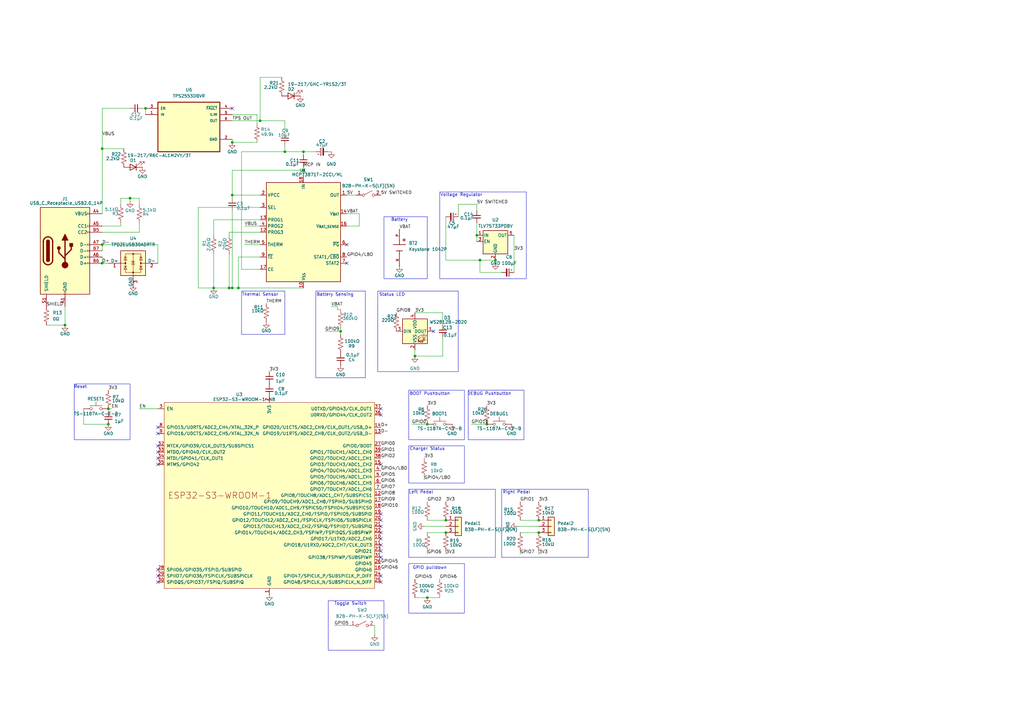
<source format=kicad_sch>
(kicad_sch (version 20250114) (generator "eeschema") (generator_version "9.0")
  (paper "A3")
  (title_block (title "ESP32 Pedal PCB") (date "2026-01-02") (rev "0.2") (comment 1 "215.9mm x 25.4mm PCB") (comment 2 "USB-C charging + programming") (comment 3 "Battery powered with voltage monitoring") (comment 4 "ESP32-S3-WROOM-1") (comment 5 "18650 Cell"))
  (lib_symbols
    (symbol "1042P:1042P" (pin_names (offset 1.016))
      (property "Reference" "BT" (at -3.81 3.81 0))
      (property "Value" "1042P" (at -3.81 -5.08 0))
      (symbol "1042P_0_0"
        (pin passive line (at -7.62 0 0) (length 5.08) (name "~") (number "P"))
        (pin passive line (at 7.62 0 180) (length 5.08) (name "~") (number "N"))
      )
    )
    (symbol "Battery_Management:MCP73871"
      (property "Reference" "U" (at -7.62 24.13 0))
      (property "Value" "MCP73871" (at -15.24 21.59 0))
      (symbol "MCP73871_1_1"
        (pin input line (at -17.78 15.24 0) (length 2.54) (name "VPCC") (number "2"))
        (pin input line (at -17.78 10.16 0) (length 2.54) (name "SEL") (number "3"))
        (pin bidirectional line (at -17.78 5.08 0) (length 2.54) (name "PROG1") (number "13"))
        (pin input line (at -17.78 2.54 0) (length 2.54) (name "PROG2") (number "4"))
        (pin bidirectional line (at -17.78 0 0) (length 2.54) (name "PROG3") (number "12"))
        (pin bidirectional line (at -17.78 -5.08 0) (length 2.54) (name "THERM") (number "5"))
        (pin input line (at -17.78 -10.16 0) (length 2.54) (name "~{TE}") (number "9"))
        (pin input line (at -17.78 -15.24 0) (length 2.54) (name "CE") (number "17"))
        (pin power_in line (at 0 22.86 270) (length 2.54) (name "IN") (number "18"))
        (pin passive line (at 0 22.86 270) (length 2.54) (hide yes) (name "IN") (number "19"))
        (pin power_in line (at 0 -22.86 90) (length 2.54) (name "V_{SS}") (number "10"))
        (pin passive line (at 0 -22.86 90) (length 2.54) (hide yes) (name "V_{SS}") (number "11"))
        (pin passive line (at 0 -22.86 90) (length 2.54) (hide yes) (name "V_{SS}") (number "21"))
        (pin power_out line (at 17.78 15.24 180) (length 2.54) (name "OUT") (number "1"))
        (pin passive line (at 17.78 15.24 180) (length 2.54) (hide yes) (name "OUT") (number "20"))
        (pin power_out line (at 17.78 7.62 180) (length 2.54) (name "V_{BAT}") (number "14"))
        (pin passive line (at 17.78 7.62 180) (length 2.54) (hide yes) (name "V_{BAT}") (number "15"))
        (pin input line (at 17.78 2.54 180) (length 2.54) (name "V_{BAT_SENSE}") (number "16"))
        (pin open_collector line (at 17.78 -5.08 180) (length 2.54) (name "~{PG}") (number "6"))
        (pin open_collector line (at 17.78 -10.16 180) (length 2.54) (name "STAT1/~{LBO}") (number "8"))
        (pin open_collector line (at 17.78 -12.7 180) (length 2.54) (name "STAT2") (number "7"))
      )
    )
    (symbol "Connector:USB_C_Receptacle_USB2.0_14P" (pin_names (offset 1.016))
      (property "Reference" "J" (at 0 22.225 0))
      (property "Value" "USB_C_Receptacle_USB2.0_14P" (at 0 19.685 0))
      (symbol "USB_C_Receptacle_USB2.0_14P_1_1"
        (pin passive line (at -7.62 -22.86 90) (length 5.08) (name "SHIELD") (number "S1"))
        (pin passive line (at 0 -22.86 90) (length 5.08) (name "GND") (number "A1"))
        (pin passive line (at 0 -22.86 90) (length 5.08) (hide yes) (name "GND") (number "A12"))
        (pin passive line (at 0 -22.86 90) (length 5.08) (hide yes) (name "GND") (number "B1"))
        (pin passive line (at 0 -22.86 90) (length 5.08) (hide yes) (name "GND") (number "B12"))
        (pin passive line (at 15.24 15.24 180) (length 5.08) (name "VBUS") (number "A4"))
        (pin passive line (at 15.24 15.24 180) (length 5.08) (hide yes) (name "VBUS") (number "A9"))
        (pin passive line (at 15.24 15.24 180) (length 5.08) (hide yes) (name "VBUS") (number "B4"))
        (pin passive line (at 15.24 15.24 180) (length 5.08) (hide yes) (name "VBUS") (number "B9"))
        (pin bidirectional line (at 15.24 10.16 180) (length 5.08) (name "CC1") (number "A5"))
        (pin bidirectional line (at 15.24 7.62 180) (length 5.08) (name "CC2") (number "B5"))
        (pin bidirectional line (at 15.24 2.54 180) (length 5.08) (name "D-") (number "A7"))
        (pin bidirectional line (at 15.24 0 180) (length 5.08) (name "D-") (number "B7"))
        (pin bidirectional line (at 15.24 -2.54 180) (length 5.08) (name "D+") (number "A6"))
        (pin bidirectional line (at 15.24 -5.08 180) (length 5.08) (name "D+") (number "B6"))
      )
    )
    (symbol "Connector_Generic:Conn_01x03" (pin_names (offset 1.016) (hide yes))
      (property "Reference" "J" (at 0 5.08 0))
      (property "Value" "Conn_01x03" (at 0 -5.08 0))
      (symbol "Conn_01x03_1_1"
        (pin passive line (at -5.08 2.54 0) (length 3.81) (name "Pin_1") (number "1"))
        (pin passive line (at -5.08 0 0) (length 3.81) (name "Pin_2") (number "2"))
        (pin passive line (at -5.08 -2.54 0) (length 3.81) (name "Pin_3") (number "3"))
      )
    )
    (symbol "Device:C_Polarized_Small" (pin_numbers (hide yes)) (pin_names (offset 0.254) (hide yes))
      (property "Reference" "C" (at 0.254 1.778 0))
      (property "Value" "C_Polarized_Small" (at 0.254 -2.032 0))
      (symbol "C_Polarized_Small_1_1"
        (pin passive line (at 0 2.54 270) (length 1.8542) (name "~") (number "1"))
        (pin passive line (at 0 -2.54 90) (length 1.8542) (name "~") (number "2"))
      )
    )
    (symbol "Device:C_Small" (pin_numbers (hide yes)) (pin_names (offset 0.254) (hide yes))
      (property "Reference" "C" (at 0.254 1.778 0))
      (property "Value" "C_Small" (at 0.254 -2.032 0))
      (symbol "C_Small_1_1"
        (pin passive line (at 0 2.54 270) (length 2.032) (name "~") (number "1"))
        (pin passive line (at 0 -2.54 90) (length 2.032) (name "~") (number "2"))
      )
    )
    (symbol "Device:LED" (pin_numbers (hide yes)) (pin_names (offset 1.016) (hide yes))
      (property "Reference" "D" (at 0 2.54 0))
      (property "Value" "LED" (at 0 -2.54 0))
      (symbol "LED_1_1"
        (pin passive line (at -3.81 0 0) (length 2.54) (name "K") (number "1"))
        (pin passive line (at 3.81 0 180) (length 2.54) (name "A") (number "2"))
      )
    )
    (symbol "Device:R_US" (pin_numbers (hide yes)) (pin_names (offset 0))
      (property "Reference" "R" (at 2.54 0 90))
      (property "Value" "R_US" (at -2.54 0 90))
      (symbol "R_US_1_1"
        (pin passive line (at 0 3.81 270) (length 1.27) (name "~") (number "1"))
        (pin passive line (at 0 -3.81 90) (length 1.27) (name "~") (number "2"))
      )
    )
    (symbol "Espressif:ESP32-S3-WROOM-1" (pin_names (offset 1.016))
      (property "Reference" "U" (at -43.18 43.18 0))
      (property "Value" "ESP32-S3-WROOM-1" (at -43.18 40.64 0))
      (symbol "ESP32-S3-WROOM-1_0_0"
        (text "ESP32-S3-WROOM-1" (at -20.32 0 0) (effects (font (size 2.54 2.54))))
        (pin input line (at -45.72 35.56 0) (length 2.54) (name "EN") (number "3"))
        (pin bidirectional line (at -45.72 27.94 0) (length 2.54) (name "GPIO15/U0RTS/ADC2_CH4/XTAL_32K_P") (number "8"))
        (pin bidirectional line (at -45.72 25.4 0) (length 2.54) (name "GPIO16/U0CTS/ADC2_CH5/XTAL_32K_N") (number "9"))
        (pin bidirectional line (at -45.72 20.32 0) (length 2.54) (name "MTCK/GPIO39/CLK_OUT3/SUBSPICS1") (number "32"))
        (pin bidirectional line (at -45.72 17.78 0) (length 2.54) (name "MTDO/GPIO40/CLK_OUT2") (number "33"))
        (pin bidirectional line (at -45.72 15.24 0) (length 2.54) (name "MTDI/GPIO41/CLK_OUT1") (number "34"))
        (pin bidirectional line (at -45.72 12.7 0) (length 2.54) (name "MTMS/GPIO42") (number "35"))
        (pin bidirectional line (at -45.72 -30.48 0) (length 2.54) (name "SPIIO6/GPIO35/FSPID/SUBSPID") (number "28"))
        (pin bidirectional line (at -45.72 -33.02 0) (length 2.54) (name "SPIIO7/GPIO36/FSPICLK/SUBSPICLK") (number "29"))
        (pin bidirectional line (at -45.72 -35.56 0) (length 2.54) (name "SPIDQS/GPIO37/FSPIQ/SUBSPIQ") (number "30"))
        (pin power_in line (at 0 40.64 270) (length 2.54) (name "3V3") (number "2"))
        (pin power_in line (at 0 -40.64 90) (length 2.54) (name "GND") (number "1"))
        (pin passive line (at 0 -40.64 90) (length 2.54) (hide yes) (name "GND") (number "40"))
        (pin passive line (at 0 -40.64 90) (length 2.54) (hide yes) (name "GND") (number "41"))
        (pin bidirectional line (at 45.72 35.56 180) (length 2.54) (name "U0TXD/GPIO43/CLK_OUT1") (number "37"))
        (pin bidirectional line (at 45.72 33.02 180) (length 2.54) (name "U0RXD/GPIO44/CLK_OUT2") (number "36"))
        (pin bidirectional line (at 45.72 27.94 180) (length 2.54) (name "GPIO20/U1CTS/ADC2_CH9/CLK_OUT1/USB_D+") (number "14"))
        (pin bidirectional line (at 45.72 25.4 180) (length 2.54) (name "GPIO19/U1RTS/ADC2_CH8/CLK_OUT2/USB_D-") (number "13"))
        (pin bidirectional line (at 45.72 20.32 180) (length 2.54) (name "GPIO0/BOOT") (number "27"))
        (pin bidirectional line (at 45.72 17.78 180) (length 2.54) (name "GPIO1/TOUCH1/ADC1_CH0") (number "39"))
        (pin bidirectional line (at 45.72 15.24 180) (length 2.54) (name "GPIO2/TOUCH2/ADC1_CH1") (number "38"))
        (pin bidirectional line (at 45.72 12.7 180) (length 2.54) (name "GPIO3/TOUCH3/ADC1_CH2") (number "15"))
        (pin bidirectional line (at 45.72 10.16 180) (length 2.54) (name "GPIO4/TOUCH4/ADC1_CH3") (number "4"))
        (pin bidirectional line (at 45.72 7.62 180) (length 2.54) (name "GPIO5/TOUCH5/ADC1_CH4") (number "5"))
        (pin bidirectional line (at 45.72 5.08 180) (length 2.54) (name "GPIO6/TOUCH6/ADC1_CH5") (number "6"))
        (pin bidirectional line (at 45.72 2.54 180) (length 2.54) (name "GPIO7/TOUCH7/ADC1_CH6") (number "7"))
        (pin bidirectional line (at 45.72 0 180) (length 2.54) (name "GPIO8/TOUCH8/ADC1_CH7/SUBSPICS1") (number "12"))
        (pin bidirectional line (at 45.72 -2.54 180) (length 2.54) (name "GPIO9/TOUCH9/ADC1_CH8/FSPIHD/SUBSPIHD") (number "17"))
        (pin bidirectional line (at 45.72 -5.08 180) (length 2.54) (name "GPIO10/TOUCH10/ADC1_CH9/FSPICS0/FSPIIO4/SUBSPICS0") (number "18"))
        (pin bidirectional line (at 45.72 -7.62 180) (length 2.54) (name "GPIO11/TOUCH11/ADC2_CH0/FSPID/FSPIIO5/SUBSPID") (number "19"))
        (pin bidirectional line (at 45.72 -10.16 180) (length 2.54) (name "GPIO12/TOUCH12/ADC2_CH1/FSPICLK/FSPIIO6/SUBSPICLK") (number "20"))
        (pin bidirectional line (at 45.72 -12.7 180) (length 2.54) (name "GPIO13/TOUCH13/ADC2_CH2/FSPIQ/FSPIIO7/SUBSPIQ") (number "21"))
        (pin bidirectional line (at 45.72 -15.24 180) (length 2.54) (name "GPIO14/TOUCH14/ADC2_CH3/FSPIWP/FSPIDQS/SUBSPIWP") (number "22"))
        (pin bidirectional line (at 45.72 -17.78 180) (length 2.54) (name "GPIO17/U1TXD/ADC2_CH6") (number "10"))
        (pin bidirectional line (at 45.72 -20.32 180) (length 2.54) (name "GPIO18/U1RXD/ADC2_CH7/CLK_OUT3") (number "11"))
        (pin bidirectional line (at 45.72 -22.86 180) (length 2.54) (name "GPIO21") (number "23"))
        (pin bidirectional line (at 45.72 -25.4 180) (length 2.54) (name "GPIO38/FSPIWP/SUBSPIWP") (number "31"))
        (pin bidirectional line (at 45.72 -27.94 180) (length 2.54) (name "GPIO45") (number "26"))
        (pin bidirectional line (at 45.72 -30.48 180) (length 2.54) (name "GPIO46") (number "16"))
        (pin bidirectional line (at 45.72 -33.02 180) (length 2.54) (name "GPIO47/SPICLK_P/SUBSPICLK_P_DIFF") (number "24"))
        (pin bidirectional line (at 45.72 -35.56 180) (length 2.54) (name "GPIO48/SPICLK_N/SUBSPICLK_N_DIFF") (number "25"))
      )
    )
    (symbol "LED:WS2812B-2020" (pin_names (offset 0.254))
      (property "Reference" "D" (at 5.08 5.715 0))
      (property "Value" "WS2812B-2020" (at 1.27 -5.715 0))
      (symbol "WS2812B-2020_0_0"
        (text "RGB" (at 2.286 -4.191 0) (effects (font (size 0.762 0.762))))
      )
      (symbol "WS2812B-2020_1_1"
        (pin input line (at -7.62 0 0) (length 2.54) (name "DIN") (number "3"))
        (pin power_in line (at 0 7.62 270) (length 2.54) (name "VDD") (number "4"))
        (pin power_in line (at 0 -7.62 90) (length 2.54) (name "VSS") (number "2"))
        (pin output line (at 7.62 0 180) (length 2.54) (name "DOUT") (number "1"))
      )
    )
    (symbol "Power_Protection:TPD2EUSB30" (pin_names (offset 0))
      (property "Reference" "U" (at 0 6.35 0))
      (property "Value" "TPD2EUSB30" (at 7.62 -7.62 0))
      (symbol "TPD2EUSB30_1_1"
        (pin passive line (at -10.16 0 0) (length 5.08) (name "D+") (number "1"))
        (pin passive line (at 0 -10.16 90) (length 5.08) (name "GND") (number "3"))
        (pin passive line (at 10.16 0 180) (length 5.08) (name "D-") (number "2"))
      )
    )
    (symbol "Regulator_Linear:TLV75733PDBV" (pin_names (offset 0.254))
      (property "Reference" "U" (at -3.81 5.715 0))
      (property "Value" "TLV75733PDBV" (at 0 5.715 0))
      (symbol "TLV75733PDBV_1_1"
        (pin power_in line (at -7.62 2.54 0) (length 2.54) (name "IN") (number "1"))
        (pin input line (at -7.62 0 0) (length 2.54) (name "EN") (number "3"))
        (pin power_in line (at 0 -7.62 90) (length 2.54) (name "GND") (number "2"))
        (pin no_connect line (at 5.08 0 180) (length 2.54) (hide yes) (name "NC") (number "4"))
        (pin power_out line (at 7.62 2.54 180) (length 2.54) (name "OUT") (number "5"))
      )
    )
    (symbol "Switch:SW_Push" (pin_numbers (hide yes)) (pin_names (offset 1.016) (hide yes))
      (property "Reference" "SW" (at 1.27 2.54 0))
      (property "Value" "SW_Push" (at 0 -1.524 0))
      (symbol "SW_Push_0_1"
        (pin passive line (at -5.08 0 0) (length 2.54) (name "1") (number "1"))
        (pin passive line (at 5.08 0 180) (length 2.54) (name "2") (number "2"))
      )
    )
    (symbol "Switch:SW_SPST" (pin_names (offset 0) (hide yes))
      (property "Reference" "SW" (at 0 3.175 0))
      (property "Value" "SW_SPST" (at 0 -2.54 0))
      (symbol "SW_SPST_1_1"
        (pin passive line (at -5.08 0 0) (length 2.54) (name "A") (number "1"))
        (pin passive line (at 5.08 0 180) (length 2.54) (name "B") (number "2"))
      )
    )
    (symbol "TPS2553:TPS2553DBVR" (pin_names (offset 1.016))
      (property "Reference" "U" (at -12.7 11.16 0))
      (property "Value" "TPS2553DBVR" (at -12.7 -14.16 0))
      (symbol "TPS2553DBVR_0_0"
        (pin input line (at -17.78 7.62 0) (length 5.08) (name "EN") (number "3"))
        (pin input line (at -17.78 5.08 0) (length 5.08) (name "IN") (number "1"))
        (pin output line (at 17.78 7.62 180) (length 5.08) (name "~{FAULT}") (number "4"))
        (pin output line (at 17.78 5.08 180) (length 5.08) (name "ILIM") (number "5"))
        (pin output line (at 17.78 2.54 180) (length 5.08) (name "OUT") (number "6"))
        (pin power_in line (at 17.78 -5.08 180) (length 5.08) (name "GND") (number "2"))
      )
    )
    (symbol "power:GND" (power) (pin_numbers (hide yes)) (pin_names (offset 0) (hide yes))
      (property "Value" "GND" (at 0 -3.81 0))
      (symbol "GND_1_1"
        (pin power_in line (at 0 0 270) (length 0) (name "~") (number "1"))
      )
    )
  )
  (rectangle (start 180.34 78.74) (end 215.9 114.3))
  (rectangle (start 167.64 231.14) (end 190.5 251.46))
  (rectangle (start 192.0428 160.0121) (end 214.9028 180.3321))
  (rectangle (start 30.48 157.48) (end 53.34 180.34))
  (rectangle (start 167.64 182.88) (end 190.5 198.12))
  (rectangle (start 99.06 119.38) (end 116.84 137.16))
  (rectangle (start 157.48 88.9) (end 175.26 114.3))
  (rectangle (start 205.74 200.66) (end 241.3 228.6))
  (rectangle (start 134.62 246.38) (end 157.48 266.7))
  (rectangle (start 154.94 119.38) (end 187.96 152.4))
  (rectangle (start 129.54 119.38) (end 149.86 154.94))
  (rectangle (start 167.64 200.66) (end 203.2 228.6))
  (rectangle (start 167.64 160.02) (end 190.5 180.34))
  (text "Right Pedal" (at 211.836 201.93 0) (effects (font (size 1.27 1.27))))
  (text "Reset" (at 33.02 158.75 0) (effects (font (size 1.27 1.27))))
  (text "Left Pedal\n" (at 172.72 201.93 0) (effects (font (size 1.27 1.27))))
  (text "Thermal Sensor" (at 106.68 120.904 0) (effects (font (size 1.27 1.27))))
  (text "Status LED" (at 160.782 120.904 0) (effects (font (size 1.27 1.27))))
  (text "GPIO pulldown" (at 176.276 232.918 0) (effects (font (size 1.27 1.27))))
  (text "Toggle Switch" (at 143.764 247.65 0) (effects (font (size 1.27 1.27))))
  (text "BOOT Pushbutton" (at 176.276 161.544 0) (effects (font (size 1.27 1.27))))
  (text "Charger Status\n" (at 175.26 184.15 0) (effects (font (size 1.27 1.27))))
  (text "Battery" (at 163.83 90.17 0) (effects (font (size 1.27 1.27))))
  (text "Voltage Regulator" (at 189.23 80.01 0) (effects (font (size 1.27 1.27))))
  (text "DEBUG Pushbutton" (at 200.6788 161.5361 0) (effects (font (size 1.27 1.27))))
  (text "Battery Sensing" (at 137.414 120.904 0) (effects (font (size 1.27 1.27))))
  (junction (at 170.18 146.05))
  (junction (at 199.6628 173.9821))
  (junction (at 139.7 135.89))
  (junction (at 220.98 218.44))
  (junction (at 175.26 245.11))
  (junction (at 59.69 44.45))
  (junction (at 44.45 173.99))
  (junction (at 41.91 60.96))
  (junction (at 41.91 107.95))
  (junction (at 106.68 49.53))
  (junction (at 203.2 106.68))
  (junction (at 116.84 62.23))
  (junction (at 196.85 106.68))
  (junction (at 97.79 118.11))
  (junction (at 175.26 173.99))
  (junction (at 95.25 80.01))
  (junction (at 93.98 118.11))
  (junction (at 124.46 69.85))
  (junction (at 53.34 81.28))
  (junction (at 87.63 118.11))
  (junction (at 182.88 213.36))
  (junction (at 41.91 100.33))
  (junction (at 124.46 62.23))
  (junction (at 220.98 213.36))
  (junction (at 195.58 96.52))
  (junction (at 44.45 167.64))
  (junction (at 26.67 133.35))
  (junction (at 95.25 58.42))
  (junction (at 95.25 118.11))
  (junction (at 182.88 218.44))
  (no_connect (at 156.21 213.36))
  (no_connect (at 156.21 226.06))
  (no_connect (at 177.8 135.89))
  (no_connect (at 142.24 100.33))
  (no_connect (at 156.21 218.44))
  (no_connect (at 64.77 236.22))
  (no_connect (at 95.25 44.45))
  (no_connect (at 156.21 170.18))
  (no_connect (at 64.77 182.88))
  (no_connect (at 64.77 233.68))
  (no_connect (at 156.21 220.98))
  (no_connect (at 156.21 215.9))
  (no_connect (at 64.77 185.42))
  (no_connect (at 64.77 187.96))
  (no_connect (at 156.21 236.22))
  (no_connect (at 156.21 210.82))
  (no_connect (at 64.77 175.26))
  (no_connect (at 64.77 238.76))
  (no_connect (at 64.77 190.5))
  (no_connect (at 156.21 223.52))
  (no_connect (at 156.21 228.6))
  (no_connect (at 156.21 167.64))
  (no_connect (at 142.24 107.95))
  (no_connect (at 156.21 190.5))
  (no_connect (at 64.77 177.8))
  (no_connect (at 156.21 238.76))
  (wire (pts (xy 138.43 125.73) (xy 135.89 125.73)))
  (wire (pts (xy 53.34 81.28) (xy 57.15 81.28)))
  (wire (pts (xy 93.98 95.25) (xy 93.98 96.52)))
  (wire (pts (xy 173.99 196.85) (xy 173.99 195.58)))
  (wire (pts (xy 195.58 83.82) (xy 195.58 86.36)))
  (wire (pts (xy 175.26 218.44) (xy 182.88 218.44)))
  (wire (pts (xy 87.63 90.17) (xy 87.63 96.52)))
  (wire (pts (xy 100.33 100.33) (xy 106.68 100.33)))
  (wire (pts (xy 147.32 92.71) (xy 142.24 92.71)))
  (wire (pts (xy 170.18 146.05) (xy 181.61 146.05)))
  (wire (pts (xy 93.98 95.25) (xy 106.68 95.25)))
  (wire (pts (xy 49.53 81.28) (xy 49.53 83.82)))
  (wire (pts (xy 213.36 227.33) (xy 213.36 226.06)))
  (wire (pts (xy 106.68 49.53) (xy 116.84 49.53)))
  (wire (pts (xy 105.41 46.99) (xy 105.41 50.8)))
  (wire (pts (xy 181.61 128.27) (xy 181.61 133.35)))
  (wire (pts (xy 147.32 87.63) (xy 147.32 92.71)))
  (wire (pts (xy 34.29 167.64) (xy 34.29 173.99)))
  (wire (pts (xy 124.46 68.58) (xy 124.46 69.85)))
  (wire (pts (xy 41.91 95.25) (xy 57.15 95.25)))
  (wire (pts (xy 187.96 83.82) (xy 195.58 83.82)))
  (wire (pts (xy 181.61 138.43) (xy 181.61 146.05)))
  (wire (pts (xy 57.15 167.64) (xy 64.77 167.64)))
  (wire (pts (xy 153.67 260.35) (xy 153.67 256.54)))
  (wire (pts (xy 124.46 63.5) (xy 124.46 62.23)))
  (wire (pts (xy 34.29 173.99) (xy 44.45 173.99)))
  (wire (pts (xy 175.26 227.33) (xy 175.26 226.06)))
  (wire (pts (xy 95.25 80.01) (xy 106.68 80.01)))
  (wire (pts (xy 124.46 62.23) (xy 129.54 62.23)))
  (wire (pts (xy 195.58 91.44) (xy 195.58 96.52)))
  (wire (pts (xy 59.69 44.45) (xy 59.69 46.99)))
  (wire (pts (xy 182.88 88.9) (xy 182.88 106.68)))
  (wire (pts (xy 137.16 256.54) (xy 143.51 256.54)))
  (wire (pts (xy 115.57 31.75) (xy 106.68 31.75)))
  (wire (pts (xy 19.05 133.35) (xy 26.67 133.35)))
  (wire (pts (xy 26.67 125.73) (xy 26.67 133.35)))
  (wire (pts (xy 41.91 60.96) (xy 41.91 87.63)))
  (wire (pts (xy 182.88 227.33) (xy 182.88 226.06)))
  (wire (pts (xy 41.91 92.71) (xy 49.53 92.71)))
  (wire (pts (xy 64.77 100.33) (xy 64.77 107.95)))
  (wire (pts (xy 95.25 80.01) (xy 95.25 69.85)))
  (wire (pts (xy 135.89 62.23) (xy 134.62 62.23)))
  (wire (pts (xy 44.45 167.64) (xy 45.72 167.64)))
  (wire (pts (xy 99.06 62.23) (xy 116.84 62.23)))
  (wire (pts (xy 213.36 218.44) (xy 220.98 218.44)))
  (wire (pts (xy 97.79 105.41) (xy 97.79 118.11)))
  (wire (pts (xy 139.7 137.16) (xy 139.7 135.89)))
  (wire (pts (xy 212.09 215.9) (xy 220.98 215.9)))
  (wire (pts (xy 116.84 49.53) (xy 116.84 54.61)))
  (wire (pts (xy 142.24 80.01) (xy 146.05 80.01)))
  (wire (pts (xy 138.43 127) (xy 138.43 125.73)))
  (wire (pts (xy 95.25 49.53) (xy 106.68 49.53)))
  (wire (pts (xy 170.18 245.11) (xy 175.26 245.11)))
  (wire (pts (xy 106.68 31.75) (xy 106.68 49.53)))
  (wire (pts (xy 193.3128 173.9821) (xy 199.6628 173.9821)))
  (wire (pts (xy 41.91 100.33) (xy 41.91 102.87)))
  (wire (pts (xy 139.7 134.62) (xy 139.7 135.89)))
  (wire (pts (xy 124.46 69.85) (xy 124.46 72.39)))
  (wire (pts (xy 41.91 107.95) (xy 44.45 107.95)))
  (wire (pts (xy 95.25 86.36) (xy 95.25 118.11)))
  (wire (pts (xy 220.98 213.36) (xy 213.36 213.36)))
  (wire (pts (xy 182.88 215.9) (xy 173.99 215.9)))
  (wire (pts (xy 41.91 44.45) (xy 41.91 60.96)))
  (wire (pts (xy 210.82 96.52) (xy 210.82 111.76)))
  (wire (pts (xy 53.34 81.28) (xy 53.34 82.55)))
  (wire (pts (xy 168.91 173.99) (xy 175.26 173.99)))
  (wire (pts (xy 133.35 135.89) (xy 139.7 135.89)))
  (wire (pts (xy 95.25 46.99) (xy 105.41 46.99)))
  (wire (pts (xy 41.91 105.41) (xy 41.91 107.95)))
  (wire (pts (xy 187.96 83.82) (xy 187.96 88.9)))
  (wire (pts (xy 87.63 118.11) (xy 93.98 118.11)))
  (wire (pts (xy 175.26 213.36) (xy 182.88 213.36)))
  (wire (pts (xy 116.84 59.69) (xy 116.84 62.23)))
  (wire (pts (xy 99.06 110.49) (xy 99.06 62.23)))
  (wire (pts (xy 95.25 58.42) (xy 105.41 58.42)))
  (wire (pts (xy 116.84 62.23) (xy 124.46 62.23)))
  (wire (pts (xy 57.15 81.28) (xy 57.15 83.82)))
  (wire (pts (xy 100.33 92.71) (xy 106.68 92.71)))
  (wire (pts (xy 170.18 143.51) (xy 170.18 146.05)))
  (wire (pts (xy 196.85 106.68) (xy 203.2 106.68)))
  (wire (pts (xy 81.28 118.11) (xy 87.63 118.11)))
  (wire (pts (xy 81.28 85.09) (xy 81.28 118.11)))
  (wire (pts (xy 182.88 106.68) (xy 196.85 106.68)))
  (wire (pts (xy 196.85 111.76) (xy 196.85 106.68)))
  (wire (pts (xy 44.45 168.91) (xy 44.45 167.64)))
  (wire (pts (xy 195.58 96.52) (xy 195.58 99.06)))
  (wire (pts (xy 220.98 227.33) (xy 220.98 226.06)))
  (wire (pts (xy 53.34 81.28) (xy 49.53 81.28)))
  (wire (pts (xy 87.63 104.14) (xy 87.63 118.11)))
  (wire (pts (xy 58.42 44.45) (xy 59.69 44.45)))
  (wire (pts (xy 49.53 92.71) (xy 49.53 91.44)))
  (wire (pts (xy 95.25 69.85) (xy 124.46 69.85)))
  (wire (pts (xy 203.2 107.95) (xy 203.2 106.68)))
  (wire (pts (xy 139.7 127) (xy 138.43 127)))
  (wire (pts (xy 95.25 58.42) (xy 95.25 57.15)))
  (wire (pts (xy 95.25 80.01) (xy 95.25 81.28)))
  (wire (pts (xy 97.79 118.11) (xy 124.46 118.11)))
  (wire (pts (xy 205.74 111.76) (xy 196.85 111.76)))
  (wire (pts (xy 93.98 104.14) (xy 93.98 118.11)))
  (wire (pts (xy 95.25 118.11) (xy 97.79 118.11)))
  (wire (pts (xy 41.91 100.33) (xy 64.77 100.33)))
  (wire (pts (xy 142.24 87.63) (xy 147.32 87.63)))
  (wire (pts (xy 54.61 118.11) (xy 54.61 116.84)))
  (wire (pts (xy 170.18 128.27) (xy 181.61 128.27)))
  (wire (pts (xy 87.63 90.17) (xy 106.68 90.17)))
  (wire (pts (xy 106.68 105.41) (xy 97.79 105.41)))
  (wire (pts (xy 99.06 110.49) (xy 106.68 110.49)))
  (wire (pts (xy 175.26 245.11) (xy 180.34 245.11)))
  (wire (pts (xy 57.15 95.25) (xy 57.15 91.44)))
  (wire (pts (xy 41.91 60.96) (xy 50.8 60.96)))
  (wire (pts (xy 93.98 118.11) (xy 95.25 118.11)))
  (wire (pts (xy 41.91 44.45) (xy 53.34 44.45)))
  (wire (pts (xy 81.28 85.09) (xy 106.68 85.09)))
  (label "5V SWITCHED" (at 156.21 80.01 0))
  (label "3V3" (at 110.49 152.4 0))
  (label "THERM" (at 100.33 100.33 0))
  (label "GPIO4{slash}LBO" (at 142.24 105.41 0))
  (label "GPIO7" (at 213.36 227.33 0))
  (label "VBUS" (at 100.33 92.71 0))
  (label "GPIO7" (at 156.21 200.66 0))
  (label "GPIO46" (at 180.34 237.49 0))
  (label "THERM" (at 109.22 124.46 0))
  (label "VBAT" (at 142.24 87.63 0))
  (label "VBAT" (at 135.89 125.73 0))
  (label "GPIO5" (at 137.16 256.54 0))
  (label "3V3" (at 220.98 227.33 0))
  (label "MCP IN" (at 124.46 68.58 0))
  (label "5V SWITCHED" (at 195.58 83.82 0))
  (label "3V3" (at 173.99 187.96 0))
  (label "D+" (at 41.91 107.95 0))
  (label "GPIO9" (at 156.21 205.74 0))
  (label "3V3" (at 182.88 205.74 0))
  (label "EN" (at 45.72 167.64 0))
  (label "GPIO1" (at 213.36 205.74 0))
  (label "D-" (at 156.21 177.8 0))
  (label "3V3" (at 44.45 160.02 0))
  (label "GPIO6" (at 156.21 198.12 0))
  (label "GPIO2" (at 156.21 187.96 0))
  (label "VBAT" (at 163.83 93.98 0))
  (label "GPIO10" (at 156.21 208.28 0))
  (label "GPIO8" (at 162.56 128.27 0))
  (label "GPIO4{slash}LBO" (at 156.21 193.04 0))
  (label "GPIO0" (at 168.91 173.99 0))
  (label "EN" (at 57.15 167.64 0))
  (label "GPIO6" (at 175.26 227.33 0))
  (label "GPIO2" (at 175.26 205.74 0))
  (label "GPIO46" (at 156.21 233.68 0))
  (label "GPIO4{slash}LBO" (at 173.99 196.85 0))
  (label "D-" (at 41.91 100.33 0))
  (label "TPS OUT" (at 95.25 49.53 0))
  (label "GPIO8" (at 156.21 203.2 0))
  (label "GPIO45" (at 156.21 231.14 0))
  (label "GPIO1" (at 156.21 185.42 0))
  (label "3V3" (at 210.82 102.87 0))
  (label "SHIELD" (at 19.05 125.73 0))
  (label "GPIO45" (at 170.18 237.49 0))
  (label "3V3" (at 182.88 227.33 0))
  (label "GPIO9" (at 133.35 135.89 0))
  (label "GPIO5" (at 156.21 195.58 0))
  (label "GPIO0" (at 156.21 182.88 0))
  (label "3V3" (at 220.98 205.74 0))
  (label "3V3" (at 175.26 166.37 0))
  (label "5V" (at 142.24 80.01 0))
  (label "D+" (at 156.21 175.26 0))
  (label "3V3" (at 170.18 128.27 0))
  (label "3V3" (at 199.6628 166.3621 0))
  (label "GPIO10" (at 193.3128 173.9821 0))
  (label "VBUS" (at 41.91 55.88 0))
  (symbol (lib_id "Device:C_Small") (at 124.46 66.04 0) (unit 1)
    (property "Reference" "C11" (at 118.872 65.786 0) (effects (justify left)))
    (property "Value" "0.1µF" (at 117.094 67.31 0) (effects (justify left)))
    (property "Footprint" "Capacitor_SMD:C_0603_1608Metric" (effects (hide yes)))
    (property "Description" "Unpolarized capacitor, small symbol" (effects (hide yes)))
  )
  (symbol (lib_id "Device:R_US") (at 115.57 35.56 0) (unit 1)
    (property "Reference" "R21" (at 110.49 34.036 0) (effects (justify left)))
    (property "Value" "2.2kΩ" (at 108.204 35.814 0) (effects (justify left)))
    (property "Footprint" "Resistor_SMD:R_0603_1608Metric" (effects (hide yes)))
    (property "Description" "Resistor, US symbol" (effects (hide yes)))
  )
  (symbol (lib_id "power:GND") (at 212.09 215.9 270) (unit 1)
    (property "Reference" "#PWR014" (effects (hide yes)))
    (property "Value" "GND" (at 208.28 215.9 0))
    (property "Description" "Power symbol creates a global label with name \"GND\" , ground" (effects (hide yes)))
  )
  (symbol (lib_id "Device:R_US") (at 87.63 100.33 0) (unit 1)
    (property "Reference" "R1" (at 83.82 101.092 90) (effects (justify left)))
    (property "Value" "2.0kΩ" (at 85.598 103.124 90) (effects (justify left)))
    (property "Footprint" "Resistor_SMD:R_0603_1608Metric" (effects (hide yes)))
    (property "Description" "Resistor, US symbol" (effects (hide yes)))
  )
  (symbol (lib_id "Device:R_US") (at 175.26 209.55 180) (unit 1)
    (property "Reference" "R12" (at 172.72 208.534 0) (effects (justify left)))
    (property "Value" "100Ω" (at 173.99 210.058 0) (effects (justify left)))
    (property "Footprint" "Resistor_SMD:R_0603_1608Metric" (effects (hide yes)))
    (property "Description" "Resistor, US symbol" (effects (hide yes)))
  )
  (symbol (lib_id "Device:R_US") (at 50.8 64.77 0) (unit 1)
    (property "Reference" "R22" (at 45.72 63.246 0) (effects (justify left)))
    (property "Value" "2.2kΩ" (at 43.434 65.024 0) (effects (justify left)))
    (property "Footprint" "Resistor_SMD:R_0603_1608Metric" (effects (hide yes)))
    (property "Description" "Resistor, US symbol" (effects (hide yes)))
  )
  (symbol (lib_id "Power_Protection:TPD2EUSB30") (at 54.61 107.95 0) (unit 1)
    (property "Reference" "U4" (at 54.61 97.79 0))
    (property "Value" "TPD2EUSB30ADRTR" (at 54.61 100.33 0))
    (property "Footprint" "Package_TO_SOT_SMD:Texas_DRT-3" (effects (hide yes)))
    (property "Datasheet" "http://www.ti.com/lit/ds/symlink/tpd2eusb30a.pdf" (effects (hide yes)))
    (property "Description" "2-Channel ESD Protection for Super-Speed USB 3.0 Interface, DRT-3" (effects (hide yes)))
  )
  (symbol (lib_id "Device:LED") (at 119.38 39.37 180) (unit 1)
    (property "Reference" "D2" (at 119.38 36.576 0))
    (property "Value" "19-217/GHC-YR1S2/3T" (at 130.048 34.544 0))
    (property "Footprint" "LED_SMD:LED_0603_1608Metric" (effects (hide yes)))
    (property "Description" "Light emitting diode" (effects (hide yes)))
    (property "Sim.Pins" "1=K 2=A" (effects (hide yes)))
  )
  (symbol (lib_id "power:GND") (at 139.7 149.86 0) (unit 1)
    (property "Reference" "#PWR013" (effects (hide yes)))
    (property "Value" "GND" (at 139.7 153.67 0))
    (property "Description" "Power symbol creates a global label with name \"GND\" , ground" (effects (hide yes)))
  )
  (symbol (lib_id "Device:R_US") (at 182.88 222.25 0) (unit 1)
    (property "Reference" "R19" (at 184.404 221.742 0) (effects (justify left)))
    (property "Value" "10kΩ" (at 184.404 223.52 0) (effects (justify left)))
    (property "Footprint" "Resistor_SMD:R_0603_1608Metric" (effects (hide yes)))
    (property "Description" "Resistor, US symbol" (effects (hide yes)))
  )
  (symbol (lib_id "Connector_Generic:Conn_01x03") (at 226.06 215.9 0) (unit 1)
    (property "Reference" "Pedal2" (at 228.6 214.6299 0) (effects (justify left)))
    (property "Value" "B3B-PH-K-S(LF)(SN)" (at 228.6 217.1699 0) (effects (justify left)))
    (property "Footprint" "Connector_JST:JST_PH_B3B-PH-K_1x03_P2.00mm_Vertical" (effects (hide yes)))
    (property "Description" "Generic connector, single row, 01x03, script generated (kicad-library-utils/schlib/autogen/connector/)" (effects (hide yes)))
  )
  (symbol (lib_id "Device:C_Small") (at 139.7 147.32 180) (unit 1)
    (property "Reference" "C4" (at 145.542 147.574 0) (effects (justify left)))
    (property "Value" "0.1µF" (at 147.574 145.542 0) (effects (justify left)))
    (property "Footprint" "Capacitor_SMD:C_0603_1608Metric" (effects (hide yes)))
    (property "Description" "Unpolarized capacitor, small symbol" (effects (hide yes)))
  )
  (symbol (lib_id "TPS2553:TPS2553DBVR") (at 77.47 52.07 0) (unit 1)
    (property "Reference" "U6" (at 77.47 36.83 0))
    (property "Value" "TPS2553DBVR" (at 77.47 39.37 0))
    (property "Footprint" "TPS2553DBVR:SOT95P280X145-6N" (effects (hide yes)))
    (property "MF" "Texas Instruments" (effects (hide yes)))
    (property "Description_1" "0.075-1.7A adj. ILIMIT,  2.5-6.5V, 85mΩ USB power switch, active-high, reverse blocking" (effects (hide yes)))
    (property "Package" "SOT-23-6 Texas Instruments" (effects (hide yes)))
    (property "Price" "None" (effects (hide yes)))
    (property "SnapEDA_Link" "https://www.snapeda.com/parts/TPS2553DBVR/Texas+Instruments/view-part/?ref=snap" (effects (hide yes)))
    (property "MP" "TPS2553DBVR" (effects (hide yes)))
    (property "Purchase-URL" "https://www.snapeda.com/api/url_track_click_mouser/?unipart_id=375197&manufacturer=Texas Instruments&part_name=TPS2553DBVR&search_term=tps2553" (effects (hide yes)))
    (property "Availability" "In Stock" (effects (hide yes)))
    (property "Check_prices" "https://www.snapeda.com/parts/TPS2553DBVR/Texas+Instruments/view-part/?ref=eda" (effects (hide yes)))
  )
  (symbol (lib_id "Device:R_US") (at 175.26 222.25 180) (unit 1)
    (property "Reference" "R5" (at 173.228 221.742 0) (effects (justify left)))
    (property "Value" "100Ω" (at 174.498 223.52 0) (effects (justify left)))
    (property "Footprint" "Resistor_SMD:R_0603_1608Metric" (effects (hide yes)))
    (property "Description" "Resistor, US symbol" (effects (hide yes)))
  )
  (symbol (lib_id "Device:R_US") (at 93.98 100.33 0) (unit 1)
    (property "Reference" "R2" (at 90.424 101.346 90) (effects (justify left)))
    (property "Value" "20kΩ" (at 92.202 102.616 90) (effects (justify left)))
    (property "Footprint" "Resistor_SMD:R_0603_1608Metric" (effects (hide yes)))
    (property "Description" "Resistor, US symbol" (effects (hide yes)))
  )
  (symbol (lib_id "Device:R_US") (at 49.53 87.63 0) (unit 1)
    (property "Reference" "R3" (at 45.974 87.63 0) (effects (justify left)))
    (property "Value" "5.1kΩ" (at 42.926 85.852 0) (effects (justify left)))
    (property "Footprint" "Resistor_SMD:R_0603_1608Metric" (effects (hide yes)))
    (property "Description" "Resistor, US symbol" (effects (hide yes)))
  )
  (symbol (lib_id "Device:LED") (at 54.61 68.58 180) (unit 1)
    (property "Reference" "D1" (at 54.61 65.786 0))
    (property "Value" "19-217/R6C-AL1M2VY/3T" (at 65.278 63.754 0))
    (property "Footprint" "LED_SMD:LED_0603_1608Metric" (effects (hide yes)))
    (property "Description" "Light emitting diode" (effects (hide yes)))
    (property "Sim.Pins" "1=K 2=A" (effects (hide yes)))
  )
  (symbol (lib_id "Device:C_Small") (at 44.45 171.45 0) (unit 1)
    (property "Reference" "C7" (at 46.99 170.1862 0) (effects (justify left)))
    (property "Value" "1µF" (at 46.99 172.7262 0) (effects (justify left)))
    (property "Footprint" "Capacitor_SMD:C_0603_1608Metric" (effects (hide yes)))
    (property "Description" "Unpolarized capacitor, small symbol" (effects (hide yes)))
  )
  (symbol (lib_id "power:GND") (at 175.26 245.11 0) (unit 1)
    (property "Reference" "#PWR020" (effects (hide yes)))
    (property "Value" "GND" (at 175.26 248.92 0))
    (property "Description" "Power symbol creates a global label with name \"GND\" , ground" (effects (hide yes)))
  )
  (symbol (lib_id "Device:C_Small") (at 110.49 160.02 0) (unit 1)
    (property "Reference" "C8" (at 114.046 159.512 0) (effects (justify left)))
    (property "Value" "0.1µF" (at 112.522 161.29 0) (effects (justify left)))
    (property "Footprint" "Capacitor_SMD:C_0603_1608Metric" (effects (hide yes)))
    (property "Description" "Unpolarized capacitor, small symbol" (effects (hide yes)))
  )
  (symbol (lib_id "Device:C_Small") (at 110.49 154.94 0) (unit 1)
    (property "Reference" "C10" (at 113.03 153.6762 0) (effects (justify left)))
    (property "Value" "1µF" (at 113.03 156.2162 0) (effects (justify left)))
    (property "Footprint" "Capacitor_SMD:C_0603_1608Metric" (effects (hide yes)))
    (property "Description" "Unpolarized capacitor, small symbol" (effects (hide yes)))
  )
  (symbol (lib_id "Espressif:ESP32-S3-WROOM-1") (at 110.49 203.2 0) (unit 1)
    (property "Reference" "U3" (at 96.774 161.798 0) (effects (justify left)))
    (property "Value" "ESP32-S3-WROOM-1-N8" (at 87.376 163.83 0) (effects (justify left)))
    (property "Footprint" "RF_Module:ESP32-S3-WROOM-1" (effects (hide yes)))
    (property "Datasheet" "https://www.espressif.com/sites/default/files/documentation/esp32-s3-wroom-1_wroom-1u_datasheet_en.pdf" (effects (hide yes)))
    (property "Description" "2.4 GHz WiFi (802.11 b/g/n) and Bluetooth ® 5 (LE) module Built around ESP32S3 series of SoCs, Xtensa ® dualcore 32bit LX7 microprocessor Flash up to 16 MB, PSRAM up to 8 MB 36 GPIOs, rich set of peripherals Onboard PCB antenna" (effects (hide yes)))
  )
  (symbol (lib_id "Device:R_US") (at 175.26 170.18 0) (unit 1)
    (property "Reference" "R6" (at 171.45 167.894 0) (effects (justify left)))
    (property "Value" "10kΩ" (at 169.164 169.418 0) (effects (justify left)))
    (property "Footprint" "Resistor_SMD:R_0603_1608Metric" (effects (hide yes)))
    (property "Description" "Resistor, US symbol" (effects (hide yes)))
  )
  (symbol (lib_id "Device:R_US") (at 162.56 132.08 0) (unit 1)
    (property "Reference" "R23" (at 158.75 129.794 0) (effects (justify left)))
    (property "Value" "220Ω" (at 156.464 131.318 0) (effects (justify left)))
    (property "Footprint" "Resistor_SMD:R_0603_1608Metric" (effects (hide yes)))
    (property "Description" "Resistor, US symbol" (effects (hide yes)))
  )
  (symbol (lib_id "Device:R_US") (at 213.36 209.55 180) (unit 1)
    (property "Reference" "R15" (at 210.566 209.042 0) (effects (justify left)))
    (property "Value" "100Ω" (at 211.836 210.566 0) (effects (justify left)))
    (property "Footprint" "Resistor_SMD:R_0603_1608Metric" (effects (hide yes)))
    (property "Description" "Resistor, US symbol" (effects (hide yes)))
  )
  (symbol (lib_id "Device:R_US") (at 57.15 87.63 0) (unit 1)
    (property "Reference" "R4" (at 58.42 87.884 0) (effects (justify left)))
    (property "Value" "5.1kΩ" (at 58.42 86.106 0) (effects (justify left)))
    (property "Footprint" "Resistor_SMD:R_0603_1608Metric" (effects (hide yes)))
    (property "Description" "Resistor, US symbol" (effects (hide yes)))
  )
  (symbol (lib_id "Connector:USB_C_Receptacle_USB2.0_14P") (at 26.67 102.87 0) (unit 1)
    (property "Reference" "J1" (at 26.67 81.534 0))
    (property "Value" "USB_C_Receptacle_USB2.0_14P" (at 27.178 83.312 0))
    (property "Footprint" "Connector_USB:USB_C_Receptacle_GCT_USB4110" (effects (hide yes)))
    (property "Datasheet" "https://www.usb.org/sites/default/files/documents/usb_type-c.zip" (effects (hide yes)))
    (property "Description" "USB 2.0-only 14P Type-C Receptacle connector" (effects (hide yes)))
  )
  (symbol (lib_id "Device:C_Polarized_Small") (at 208.28 111.76 270) (unit 1)
    (property "Reference" "C6" (at 208.8261 105.41 90))
    (property "Value" "100µF" (at 208.8261 107.95 90))
    (property "Footprint" "Capacitor_Tantalum_SMD:CP_EIA-7343-31_Kemet-D" (effects (hide yes)))
    (property "Description" "Polarized capacitor, small symbol" (effects (hide yes)))
  )
  (symbol (lib_id "Connector_Generic:Conn_01x03") (at 187.96 215.9 0) (unit 1)
    (property "Reference" "Pedal1" (at 190.5 214.6299 0) (effects (justify left)))
    (property "Value" "B3B-PH-K-S(LF)(SN)" (at 190.5 217.1699 0) (effects (justify left)))
    (property "Footprint" "Connector_JST:JST_PH_B3B-PH-K_1x03_P2.00mm_Vertical" (effects (hide yes)))
    (property "Description" "Generic connector, single row, 01x03, script generated (kicad-library-utils/schlib/autogen/connector/)" (effects (hide yes)))
  )
  (symbol (lib_id "Device:C_Small") (at 181.61 135.89 0) (unit 1)
    (property "Reference" "C13" (at 181.61 134.366 0) (effects (justify left)))
    (property "Value" "0.1µF" (at 181.864 137.414 0) (effects (justify left)))
    (property "Footprint" "Capacitor_SMD:C_0603_1608Metric" (effects (hide yes)))
    (property "Description" "Unpolarized capacitor, small symbol" (effects (hide yes)))
  )
  (symbol (lib_id "Device:R_US") (at 199.6628 170.1721 0) (unit 1)
    (property "Reference" "R26" (at 195.8528 167.8861 0) (effects (justify left)))
    (property "Value" "10kΩ" (at 193.5668 169.4101 0) (effects (justify left)))
    (property "Footprint" "Resistor_SMD:R_0603_1608Metric" (effects (hide yes)))
    (property "Description" "Resistor, US symbol" (effects (hide yes)))
  )
  (symbol (lib_id "Switch:SW_Push") (at 180.34 173.99 0) (unit 1)
    (property "Reference" "BOOT1" (at 180.34 169.672 0))
    (property "Value" "TS-1187A-C-E-B" (at 180.34 175.768 0))
    (property "Footprint" "Button_Switch_SMD:SW_Push_1P1T_XKB_TS-1187A" (effects (hide yes)))
    (property "Description" "Push button switch, generic, two pins" (effects (hide yes)))
  )
  (symbol (lib_id "Device:C_Small") (at 95.25 83.82 0) (unit 1)
    (property "Reference" "C3" (at 97.028 83.566 0) (effects (justify left)))
    (property "Value" "0.1µF" (at 97.028 85.344 0) (effects (justify left)))
    (property "Footprint" "Capacitor_SMD:C_0603_1608Metric" (effects (hide yes)))
    (property "Description" "Unpolarized capacitor, small symbol" (effects (hide yes)))
  )
  (symbol (lib_id "power:GND") (at 53.34 82.55 0) (unit 1)
    (property "Reference" "#PWR06" (effects (hide yes)))
    (property "Value" "GND" (at 53.34 86.36 0))
    (property "Description" "Power symbol creates a global label with name \"GND\" , ground" (effects (hide yes)))
  )
  (symbol (lib_id "Switch:SW_Push") (at 204.7428 173.9821 0) (unit 1)
    (property "Reference" "DEBUG1" (at 204.7428 169.6641 0))
    (property "Value" "TS-1187A-C-E-B" (at 204.7428 175.7601 0))
    (property "Footprint" "Button_Switch_SMD:SW_Push_1P1T_XKB_TS-1187A" (effects (hide yes)))
    (property "Description" "Push button switch, generic, two pins" (effects (hide yes)))
  )
  (symbol (lib_id "power:GND") (at 123.19 39.37 0) (unit 1)
    (property "Reference" "#PWR018" (effects (hide yes)))
    (property "Value" "GND" (at 123.19 43.18 0))
    (property "Description" "Power symbol creates a global label with name \"GND\" , ground" (effects (hide yes)))
  )
  (symbol (lib_id "Device:R_US") (at 19.05 129.54 0) (unit 1)
    (property "Reference" "R13" (at 21.59 128.2699 0) (effects (justify left)))
    (property "Value" "0Ω" (at 21.59 130.8099 0) (effects (justify left)))
    (property "Footprint" "Resistor_SMD:R_0603_1608Metric" (effects (hide yes)))
    (property "Description" "Resistor, US symbol" (effects (hide yes)))
  )
  (symbol (lib_id "Device:C_Polarized_Small") (at 185.42 88.9 270) (unit 1)
    (property "Reference" "C5" (at 185.42 91.44 90))
    (property "Value" "47µF" (at 185.928 92.964 90))
    (property "Footprint" "Capacitor_Tantalum_SMD:CP_EIA-7343-31_Kemet-D" (effects (hide yes)))
    (property "Description" "Polarized capacitor, small symbol" (effects (hide yes)))
  )
  (symbol (lib_id "power:GND") (at 153.67 260.35 0) (unit 1)
    (property "Reference" "#PWR012" (effects (hide yes)))
    (property "Value" "GND" (at 153.67 264.16 0))
    (property "Description" "Power symbol creates a global label with name \"GND\" , ground" (effects (hide yes)))
  )
  (symbol (lib_id "power:GND") (at 185.42 173.99 0) (unit 1)
    (property "Reference" "#PWR09" (effects (hide yes)))
    (property "Value" "GND" (at 185.42 177.8 0))
    (property "Description" "Power symbol creates a global label with name \"GND\" , ground" (effects (hide yes)))
  )
  (symbol (lib_id "Switch:SW_SPST") (at 148.59 256.54 0) (unit 1)
    (property "Reference" "SW2" (at 148.59 250.19 0))
    (property "Value" "B2B-PH-K-S(LF)(SN)" (at 148.59 252.73 0))
    (property "Footprint" "Connector_JST:JST_PH_B2B-PH-K_1x02_P2.00mm_Vertical" (effects (hide yes)))
    (property "Description" "Single Pole Single Throw (SPST) switch" (effects (hide yes)))
  )
  (symbol (lib_id "Device:R_US") (at 180.34 241.3 180) (unit 1)
    (property "Reference" "R25" (at 186.182 242.316 0) (effects (justify left)))
    (property "Value" "100kΩ" (at 188.214 240.284 0) (effects (justify left)))
    (property "Footprint" "Resistor_SMD:R_0603_1608Metric" (effects (hide yes)))
    (property "Description" "Resistor, US symbol" (effects (hide yes)))
  )
  (symbol (lib_id "Device:R_US") (at 109.22 128.27 0) (unit 1)
    (property "Reference" "R11" (at 104.14 125.984 0) (effects (justify left)))
    (property "Value" "10kΩ" (at 103.124 127.508 0) (effects (justify left)))
    (property "Footprint" "Resistor_SMD:R_0603_1608Metric" (effects (hide yes)))
    (property "Description" "Resistor, US symbol" (effects (hide yes)))
  )
  (symbol (lib_id "1042P:1042P") (at 163.83 101.6 270) (unit 1)
    (property "Reference" "BT2" (at 167.64 99.6949 90) (effects (justify left)))
    (property "Value" "Keystone 1042P" (at 167.64 102.2349 90) (effects (justify left)))
    (property "Footprint" "1042P:BAT_1042P" (effects (hide yes)))
    (property "MF" "Keystone Electronics" (effects (hide yes)))
    (property "MAXIMUM_PACKAGE_HEIGHT" "15.11mm" (effects (hide yes)))
    (property "Package" "None" (effects (hide yes)))
    (property "Price" "None" (effects (hide yes)))
    (property "Check_prices" "https://www.snapeda.com/parts/1042P/Keystone/view-part/?ref=eda" (effects (hide yes)))
    (property "STANDARD" "Manufacturer Recommendations" (effects (hide yes)))
    (property "PARTREV" "E" (effects (hide yes)))
    (property "SnapEDA_Link" "https://www.snapeda.com/parts/1042P/Keystone/view-part/?ref=snap" (effects (hide yes)))
    (property "MP" "1042P" (effects (hide yes)))
    (property "Purchase-URL" "https://www.snapeda.com/api/url_track_click_mouser/?unipart_id=590559&manufacturer=Keystone Electronics&part_name=1042P&search_term=1042p" (effects (hide yes)))
    (property "Description_1" "SMT Polarized Battery Holder for 18650 Battery | Keystone Electronics 1042P" (effects (hide yes)))
    (property "SNAPEDA_PN" "1042" (effects (hide yes)))
    (property "Availability" "In Stock" (effects (hide yes)))
    (property "MANUFACTURER" "Keystone" (effects (hide yes)))
  )
  (symbol (lib_id "power:GND") (at 95.25 58.42 0) (unit 1)
    (property "Reference" "#PWR04" (effects (hide yes)))
    (property "Value" "GND" (at 95.25 62.23 0))
    (property "Description" "Power symbol creates a global label with name \"GND\" , ground" (effects (hide yes)))
  )
  (symbol (lib_id "Device:R_US") (at 213.36 222.25 180) (unit 1)
    (property "Reference" "R20" (at 211.582 220.98 0) (effects (justify left)))
    (property "Value" "100Ω" (at 211.582 223.012 0) (effects (justify left)))
    (property "Footprint" "Resistor_SMD:R_0603_1608Metric" (effects (hide yes)))
    (property "Description" "Resistor, US symbol" (effects (hide yes)))
  )
  (symbol (lib_id "Device:C_Small") (at 55.88 44.45 90) (unit 1)
    (property "Reference" "C12" (at 57.658 46.99 90) (effects (justify left)))
    (property "Value" "0.1µF" (at 58.674 48.514 90) (effects (justify left)))
    (property "Footprint" "Capacitor_SMD:C_0603_1608Metric" (effects (hide yes)))
    (property "Description" "Unpolarized capacitor, small symbol" (effects (hide yes)))
  )
  (symbol (lib_id "Device:R_US") (at 139.7 130.81 0) (unit 1)
    (property "Reference" "R10" (at 140.716 129.032 0) (effects (justify left)))
    (property "Value" "360kΩ" (at 140.462 130.556 0) (effects (justify left)))
    (property "Footprint" "Resistor_SMD:R_0603_1608Metric" (effects (hide yes)))
    (property "Description" "Resistor, US symbol" (effects (hide yes)))
  )
  (symbol (lib_id "power:GND") (at 87.63 118.11 0) (unit 1)
    (property "Reference" "#PWR05" (effects (hide yes)))
    (property "Value" "GND" (at 87.63 121.666 0))
    (property "Description" "Power symbol creates a global label with name \"GND\" , ground" (effects (hide yes)))
  )
  (symbol (lib_id "Device:R_US") (at 173.99 191.77 0) (unit 1)
    (property "Reference" "R8" (at 176.53 190.4999 0) (effects (justify left)))
    (property "Value" "10kΩ" (at 176.53 193.0399 0) (effects (justify left)))
    (property "Footprint" "Resistor_SMD:R_0603_1608Metric" (effects (hide yes)))
    (property "Description" "Resistor, US symbol" (effects (hide yes)))
  )
  (symbol (lib_id "power:GND") (at 26.67 133.35 0) (unit 1)
    (property "Reference" "#PWR01" (effects (hide yes)))
    (property "Value" "GND" (at 26.67 136.906 0))
    (property "Description" "Power symbol creates a global label with name \"GND\" , ground" (effects (hide yes)))
  )
  (symbol (lib_id "power:GND") (at 163.83 109.22 0) (unit 1)
    (property "Reference" "#PWR03" (effects (hide yes)))
    (property "Value" "GND" (at 163.83 113.03 0))
    (property "Description" "Power symbol creates a global label with name \"GND\" , ground" (effects (hide yes)))
  )
  (symbol (lib_id "power:GND") (at 109.22 132.08 0) (unit 1)
    (property "Reference" "#PWR016" (effects (hide yes)))
    (property "Value" "GND" (at 109.22 135.636 0))
    (property "Description" "Power symbol creates a global label with name \"GND\" , ground" (effects (hide yes)))
  )
  (symbol (lib_id "power:GND") (at 209.8228 173.9821 0) (unit 1)
    (property "Reference" "#PWR021" (effects (hide yes)))
    (property "Value" "GND" (at 209.8228 177.7921 0))
    (property "Description" "Power symbol creates a global label with name \"GND\" , ground" (effects (hide yes)))
  )
  (symbol (lib_id "power:GND") (at 54.61 116.84 0) (unit 1)
    (property "Reference" "#PWR02" (effects (hide yes)))
    (property "Value" "GND" (at 54.61 120.396 0))
    (property "Description" "Power symbol creates a global label with name \"GND\" , ground" (effects (hide yes)))
  )
  (symbol (lib_id "Device:R_US") (at 182.88 209.55 0) (unit 1)
    (property "Reference" "R18" (at 185.166 208.534 0) (effects (justify left)))
    (property "Value" "10kΩ" (at 184.404 210.058 0) (effects (justify left)))
    (property "Footprint" "Resistor_SMD:R_0603_1608Metric" (effects (hide yes)))
    (property "Description" "Resistor, US symbol" (effects (hide yes)))
  )
  (symbol (lib_id "Device:R_US") (at 139.7 140.97 180) (unit 1)
    (property "Reference" "R9" (at 145.542 141.986 0) (effects (justify left)))
    (property "Value" "100kΩ" (at 147.574 139.954 0) (effects (justify left)))
    (property "Footprint" "Resistor_SMD:R_0603_1608Metric" (effects (hide yes)))
    (property "Description" "Resistor, US symbol" (effects (hide yes)))
  )
  (symbol (lib_id "power:GND") (at 44.45 173.99 0) (unit 1)
    (property "Reference" "#PWR07" (effects (hide yes)))
    (property "Value" "GND" (at 44.45 177.8 0))
    (property "Description" "Power symbol creates a global label with name \"GND\" , ground" (effects (hide yes)))
  )
  (symbol (lib_id "Device:R_US") (at 44.45 163.83 0) (mirror y) (unit 1)
    (property "Reference" "R7" (at 48.768 162.814 0) (effects (justify left)))
    (property "Value" "10kΩ" (at 51.054 164.338 0) (effects (justify left)))
    (property "Footprint" "Resistor_SMD:R_0603_1608Metric" (effects (hide yes)))
    (property "Description" "Resistor, US symbol" (effects (hide yes)))
  )
  (symbol (lib_id "Device:C_Small") (at 116.84 57.15 0) (unit 1)
    (property "Reference" "C9" (at 115.57 53.594 0) (effects (justify left)))
    (property "Value" "10µF" (at 114.046 55.372 0) (effects (justify left)))
    (property "Footprint" "Capacitor_SMD:C_0603_1608Metric" (effects (hide yes)))
    (property "Description" "Unpolarized capacitor, small symbol" (effects (hide yes)))
  )
  (symbol (lib_id "power:GND") (at 173.99 215.9 270) (unit 1)
    (property "Reference" "#PWR015" (effects (hide yes)))
    (property "Value" "GND" (at 170.18 215.9 0))
    (property "Description" "Power symbol creates a global label with name \"GND\" , ground" (effects (hide yes)))
  )
  (symbol (lib_id "Device:R_US") (at 170.18 241.3 180) (unit 1)
    (property "Reference" "R24" (at 176.022 242.316 0) (effects (justify left)))
    (property "Value" "100kΩ" (at 178.054 240.284 0) (effects (justify left)))
    (property "Footprint" "Resistor_SMD:R_0603_1608Metric" (effects (hide yes)))
    (property "Description" "Resistor, US symbol" (effects (hide yes)))
  )
  (symbol (lib_id "Device:C_Small") (at 195.58 88.9 0) (unit 1)
    (property "Reference" "C14" (at 190.246 87.884 0) (effects (justify left)))
    (property "Value" "0.1µF" (at 188.722 89.408 0) (effects (justify left)))
    (property "Footprint" "Capacitor_SMD:C_0603_1608Metric" (effects (hide yes)))
    (property "Description" "Unpolarized capacitor, small symbol" (effects (hide yes)))
  )
  (symbol (lib_id "power:GND") (at 58.42 68.58 0) (unit 1)
    (property "Reference" "#PWR019" (effects (hide yes)))
    (property "Value" "GND" (at 58.42 72.39 0))
    (property "Description" "Power symbol creates a global label with name \"GND\" , ground" (effects (hide yes)))
  )
  (symbol (lib_id "Switch:SW_SPST") (at 151.13 80.01 0) (unit 1)
    (property "Reference" "SW1" (at 151.13 73.66 0))
    (property "Value" "B2B-PH-K-S(LF)(SN)" (at 151.13 76.2 0))
    (property "Footprint" "Connector_JST:JST_PH_B2B-PH-K_1x02_P2.00mm_Vertical" (effects (hide yes)))
    (property "Description" "Single Pole Single Throw (SPST) switch" (effects (hide yes)))
  )
  (symbol (lib_id "LED:WS2812B-2020") (at 170.18 135.89 0) (unit 1)
    (property "Reference" "D3" (at 183.388 130.302 0))
    (property "Value" "WS2812B-2020" (at 183.896 132.08 0))
    (property "Footprint" "LED_SMD:LED_WS2812B-2020_PLCC4_2.0x2.0mm" (effects (hide yes)))
    (property "Datasheet" "https://cdn-shop.adafruit.com/product-files/4684/4684_WS2812B-2020_V1.3_EN.pdf" (effects (hide yes)))
    (property "Description" "RGB LED with integrated controller, 2.0 x 2.0 mm, 12 mA" (effects (hide yes)))
  )
  (symbol (lib_id "power:GND") (at 170.18 146.05 0) (unit 1)
    (property "Reference" "#PWR011" (effects (hide yes)))
    (property "Value" "GND" (at 170.18 151.13 0))
    (property "Description" "Power symbol creates a global label with name \"GND\" , ground" (effects (hide yes)))
  )
  (symbol (lib_id "Battery_Management:MCP73871") (at 124.46 95.25 0) (unit 1)
    (property "Reference" "U1" (at 122.936 69.85 0) (effects (justify left)))
    (property "Value" "MCP73871T-2CCI/ML" (at 119.634 71.628 0) (effects (justify left)))
    (property "Footprint" "Package_DFN_QFN:QFN-20-1EP_4x4mm_P0.5mm_EP2.5x2.5mm" (effects (hide yes)))
    (property "Datasheet" "http://www.mouser.com/ds/2/268/22090a-52174.pdf" (effects (hide yes)))
    (property "Description" "Single cell, Li-Ion/Li-Po charge management controller" (effects (hide yes)))
  )
  (symbol (lib_id "Device:R_US") (at 220.98 209.55 0) (unit 1)
    (property "Reference" "R17" (at 223.266 208.534 0) (effects (justify left)))
    (property "Value" "10kΩ" (at 222.25 210.312 0) (effects (justify left)))
    (property "Footprint" "Resistor_SMD:R_0603_1608Metric" (effects (hide yes)))
    (property "Description" "Resistor, US symbol" (effects (hide yes)))
  )
  (symbol (lib_id "power:GND") (at 135.89 62.23 0) (unit 1)
    (property "Reference" "#PWR017" (effects (hide yes)))
    (property "Value" "GND" (at 135.89 67.31 0))
    (property "Description" "Power symbol creates a global label with name \"GND\" , ground" (effects (hide yes)))
  )
  (symbol (lib_id "Switch:SW_Push") (at 39.37 167.64 0) (unit 1)
    (property "Reference" "RESET1" (at 39.37 163.576 0))
    (property "Value" "TS-1187A-C-E-B" (at 39.37 169.672 0))
    (property "Footprint" "Button_Switch_SMD:SW_Push_1P1T_XKB_TS-1187A" (effects (hide yes)))
    (property "Description" "Push button switch, generic, two pins" (effects (hide yes)))
  )
  (symbol (lib_id "Regulator_Linear:TLV75733PDBV") (at 203.2 99.06 0) (unit 1)
    (property "Reference" "U2" (at 203.2 90.17 0))
    (property "Value" "TLV75733PDBV" (at 203.2 92.71 0))
    (property "Footprint" "Package_TO_SOT_SMD:SOT-23-5" (effects (hide yes)))
    (property "Datasheet" "https://www.ti.com/lit/ds/symlink/tlv757p.pdf" (effects (hide yes)))
    (property "Description" "1A Low IQ Small Size Low Dropout Voltage Regulator, Fixed Output 3.3V, SOT-23-5" (effects (hide yes)))
  )
  (symbol (lib_id "Device:R_US") (at 220.98 222.25 0) (unit 1)
    (property "Reference" "R16" (at 222.25 221.488 0) (effects (justify left)))
    (property "Value" "10kΩ" (at 222.25 223.266 0) (effects (justify left)))
    (property "Footprint" "Resistor_SMD:R_0603_1608Metric" (effects (hide yes)))
    (property "Description" "Resistor, US symbol" (effects (hide yes)))
  )
  (symbol (lib_id "power:GND") (at 203.2 107.95 0) (unit 1)
    (property "Reference" "#PWR010" (effects (hide yes)))
    (property "Value" "GND" (at 203.2 107.95 0))
    (property "Description" "Power symbol creates a global label with name \"GND\" , ground" (effects (hide yes)))
  )
  (symbol (lib_id "power:GND") (at 110.49 243.84 0) (unit 1)
    (property "Reference" "#PWR08" (effects (hide yes)))
    (property "Value" "GND" (at 110.49 247.65 0))
    (property "Description" "Power symbol creates a global label with name \"GND\" , ground" (effects (hide yes)))
  )
  (symbol (lib_id "Device:R_US") (at 105.41 54.61 0) (unit 1)
    (property "Reference" "R14" (at 106.934 53.086 0) (effects (justify left)))
    (property "Value" "49.9k" (at 106.934 55.118 0) (effects (justify left)))
    (property "Footprint" "Resistor_SMD:R_0603_1608Metric" (effects (hide yes)))
    (property "Description" "Resistor, US symbol" (effects (hide yes)))
  )
  (symbol (lib_id "Device:C_Polarized_Small") (at 132.08 62.23 90) (unit 1)
    (property "Reference" "C2" (at 132.08 57.912 90))
    (property "Value" "47µF" (at 132.08 59.436 90))
    (property "Footprint" "Capacitor_Tantalum_SMD:CP_EIA-7343-31_Kemet-D" (effects (hide yes)))
    (property "Description" "Polarized capacitor, small symbol" (effects (hide yes)))
  )
)
</source>
